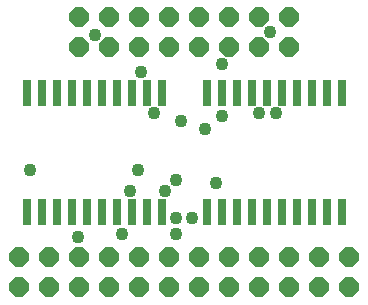
<source format=gts>
G75*
%MOIN*%
%OFA0B0*%
%FSLAX25Y25*%
%IPPOS*%
%LPD*%
%AMOC8*
5,1,8,0,0,1.08239X$1,22.5*
%
%ADD10OC8,0.06500*%
%ADD11R,0.03100X0.08500*%
%ADD12C,0.04300*%
D10*
X0146000Y0086000D03*
X0146000Y0096000D03*
X0156000Y0096000D03*
X0166000Y0096000D03*
X0166000Y0086000D03*
X0156000Y0086000D03*
X0176000Y0086000D03*
X0176000Y0096000D03*
X0186000Y0096000D03*
X0196000Y0096000D03*
X0196000Y0086000D03*
X0186000Y0086000D03*
X0206000Y0086000D03*
X0216000Y0086000D03*
X0216000Y0096000D03*
X0206000Y0096000D03*
X0226000Y0096000D03*
X0236000Y0096000D03*
X0236000Y0086000D03*
X0226000Y0086000D03*
X0246000Y0086000D03*
X0256000Y0086000D03*
X0256000Y0096000D03*
X0246000Y0096000D03*
X0236000Y0166000D03*
X0226000Y0166000D03*
X0226000Y0176000D03*
X0236000Y0176000D03*
X0216000Y0176000D03*
X0206000Y0176000D03*
X0206000Y0166000D03*
X0216000Y0166000D03*
X0196000Y0166000D03*
X0186000Y0166000D03*
X0186000Y0176000D03*
X0196000Y0176000D03*
X0176000Y0176000D03*
X0176000Y0166000D03*
X0166000Y0166000D03*
X0166000Y0176000D03*
D11*
X0163500Y0150800D03*
X0158500Y0150800D03*
X0153500Y0150800D03*
X0148500Y0150800D03*
X0168500Y0150800D03*
X0173500Y0150800D03*
X0178500Y0150800D03*
X0183500Y0150800D03*
X0188500Y0150800D03*
X0193500Y0150800D03*
X0208500Y0150800D03*
X0213500Y0150800D03*
X0218500Y0150800D03*
X0223500Y0150800D03*
X0228500Y0150800D03*
X0233500Y0150800D03*
X0238500Y0150800D03*
X0243500Y0150800D03*
X0248500Y0150800D03*
X0253500Y0150800D03*
X0253500Y0111200D03*
X0248500Y0111200D03*
X0243500Y0111200D03*
X0238500Y0111200D03*
X0233500Y0111200D03*
X0228500Y0111200D03*
X0223500Y0111200D03*
X0218500Y0111200D03*
X0213500Y0111200D03*
X0208500Y0111200D03*
X0193500Y0111200D03*
X0188500Y0111200D03*
X0183500Y0111200D03*
X0178500Y0111200D03*
X0173500Y0111200D03*
X0168500Y0111200D03*
X0163500Y0111200D03*
X0158500Y0111200D03*
X0153500Y0111200D03*
X0148500Y0111200D03*
D12*
X0149500Y0125200D03*
X0165700Y0102700D03*
X0180100Y0103600D03*
X0182800Y0118000D03*
X0185500Y0125200D03*
X0194500Y0118000D03*
X0198100Y0121600D03*
X0211600Y0120700D03*
X0203500Y0109000D03*
X0198100Y0109000D03*
X0198100Y0103600D03*
X0208000Y0138700D03*
X0213400Y0143200D03*
X0199900Y0141400D03*
X0190900Y0144100D03*
X0186400Y0157600D03*
X0171100Y0170200D03*
X0213400Y0160300D03*
X0229600Y0171100D03*
X0231400Y0144100D03*
X0226000Y0144100D03*
M02*

</source>
